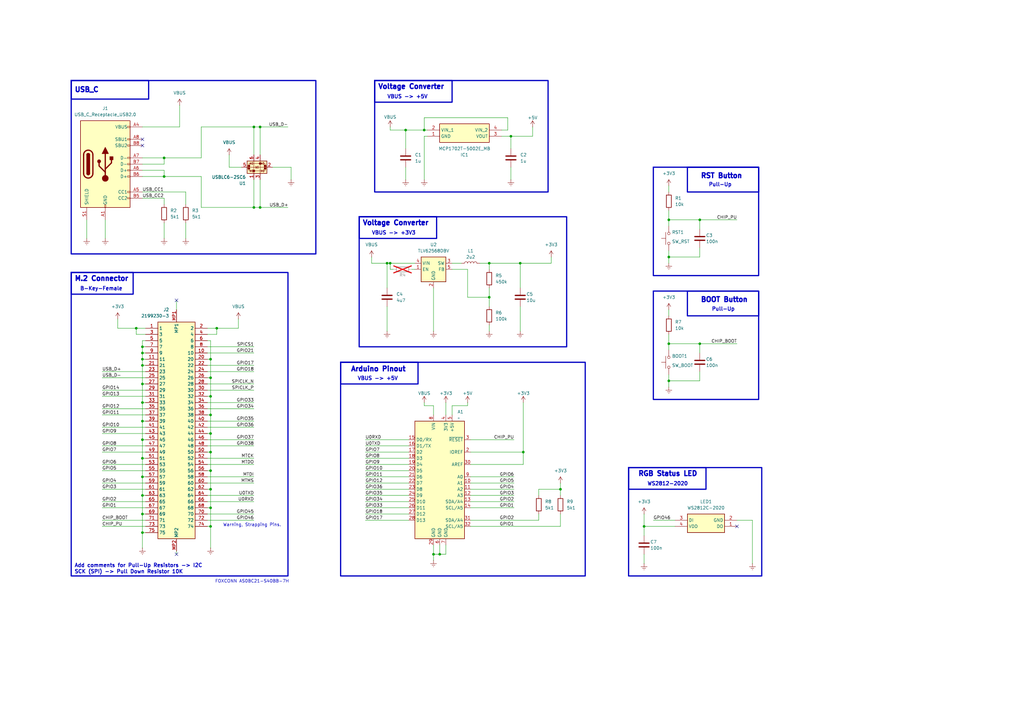
<source format=kicad_sch>
(kicad_sch (version 20231120) (generator "eeschema") (generator_version "8.0")
  (paper "A3")
  (title_block (title "LiBo ArduinoBoard") (date "2024-05-08") (rev "v0.1") (company "LiberBoard"))
  (lib_symbols
    (symbol "Device:C" (pin_numbers hide) (pin_names (offset 0.254))
      (property "Reference" "C" (at 0.635 2.54 0))
      (property "Value" "C" (at 0.635 -2.54 0))
      (symbol "C_1_1"
        (pin passive line (at 0 3.81 270) (length 2.794) (name "~") (number "1"))
        (pin passive line (at 0 -3.81 90) (length 2.794) (name "~") (number "2"))
      )
    )
    (symbol "Device:L" (pin_numbers hide) (pin_names (offset 1.016) hide)
      (property "Reference" "L" (at -1.27 0 90))
      (property "Value" "L" (at 1.905 0 90))
      (symbol "L_1_1"
        (pin passive line (at 0 3.81 270) (length 1.27) (name "1") (number "1"))
        (pin passive line (at 0 -3.81 90) (length 1.27) (name "2") (number "2"))
      )
    )
    (symbol "Device:R" (pin_numbers hide) (pin_names (offset 0))
      (property "Reference" "R" (at 2.032 0 90))
      (property "Value" "R" (at 0 0 90))
      (symbol "R_1_1"
        (pin passive line (at 0 3.81 270) (length 1.27) (name "~") (number "1"))
        (pin passive line (at 0 -3.81 90) (length 1.27) (name "~") (number "2"))
      )
    )
    (symbol "GitHub_Library:Arduino_Uno_Footprint"
      (property "Reference" "A" (at 0 0 0))
      (symbol "Arduino_Uno_Footprint_1_1"
        (pin no_connect line (at 0 -44.45 0) (length 2.54) hide (name "NC") (number "1"))
        (pin bidirectional line (at 22.86 -26.67 180) (length 2.54) (name "A1") (number "10"))
        (pin bidirectional line (at 22.86 -29.21 180) (length 2.54) (name "A2") (number "11"))
        (pin bidirectional line (at 22.86 -31.75 180) (length 2.54) (name "A3") (number "12"))
        (pin bidirectional line (at 22.86 -34.29 180) (length 2.54) (name "SDA/A4") (number "13"))
        (pin bidirectional line (at 22.86 -36.83 180) (length 2.54) (name "SCL/A5") (number "14"))
        (pin bidirectional line (at -2.54 -8.89 0) (length 2.54) (name "D0/RX") (number "15"))
        (pin bidirectional line (at -2.54 -11.43 0) (length 2.54) (name "D1/TX") (number "16"))
        (pin bidirectional line (at -2.54 -13.97 0) (length 2.54) (name "D2") (number "17"))
        (pin bidirectional line (at -2.54 -16.51 0) (length 2.54) (name "D3") (number "18"))
        (pin bidirectional line (at -2.54 -19.05 0) (length 2.54) (name "D4") (number "19"))
        (pin output line (at 22.86 -13.97 180) (length 2.54) (name "IOREF") (number "2"))
        (pin bidirectional line (at -2.54 -21.59 0) (length 2.54) (name "D5") (number "20"))
        (pin bidirectional line (at -2.54 -24.13 0) (length 2.54) (name "D6") (number "21"))
        (pin bidirectional line (at -2.54 -26.67 0) (length 2.54) (name "D7") (number "22"))
        (pin bidirectional line (at -2.54 -29.21 0) (length 2.54) (name "D8") (number "23"))
        (pin bidirectional line (at -2.54 -31.75 0) (length 2.54) (name "D9") (number "24"))
        (pin bidirectional line (at -2.54 -34.29 0) (length 2.54) (name "D10") (number "25"))
        (pin bidirectional line (at -2.54 -36.83 0) (length 2.54) (name "D11") (number "26"))
        (pin bidirectional line (at -2.54 -39.37 0) (length 2.54) (name "D12") (number "27"))
        (pin bidirectional line (at -2.54 -41.91 0) (length 2.54) (name "D13") (number "28"))
        (pin power_in line (at 7.62 -52.07 90) (length 2.54) (name "GND") (number "29"))
        (pin input line (at 22.86 -8.89 180) (length 2.54) (name "~{RESET}") (number "3"))
        (pin input line (at 22.86 -19.05 180) (length 2.54) (name "AREF") (number "30"))
        (pin bidirectional line (at 22.86 -41.91 180) (length 2.54) (name "SDA/A4") (number "31"))
        (pin bidirectional line (at 22.86 -44.45 180) (length 2.54) (name "SCL/A5") (number "32"))
        (pin power_out line (at 12.7 1.27 270) (length 2.54) (name "3V3") (number "4"))
        (pin power_out line (at 15.24 1.27 270) (length 2.54) (name "+5V") (number "5"))
        (pin power_in line (at 10.16 -52.07 90) (length 2.54) (name "GND") (number "6"))
        (pin power_in line (at 12.7 -52.07 90) (length 2.54) (name "GND") (number "7"))
        (pin power_in line (at 7.62 1.27 270) (length 2.54) (name "VIN") (number "8"))
        (pin bidirectional line (at 22.86 -24.13 180) (length 2.54) (name "A0") (number "9"))
      )
    )
    (symbol "GitHub_Library:M.2_67Con_Fem_2199230-3"
      (property "Reference" "J" (at 95.25 12.7 0))
      (property "Value" "M.2_67Con_Fem_2199230-3" (at 95.25 10.16 0))
      (symbol "M.2_67Con_Fem_2199230-3_1_1"
        (pin passive line (at 7.62 12.7 270) (length 5.08) (name "1") (number "1"))
        (pin passive line (at 17.78 -12.7 90) (length 5.08) (name "10") (number "10"))
        (pin passive line (at 20.32 12.7 270) (length 5.08) (name "11") (number "11"))
        (pin passive line (at 7.62 -12.7 90) (length 5.08) (name "2") (number "2"))
        (pin passive line (at 20.32 -12.7 90) (length 5.08) (name "20") (number "20"))
        (pin passive line (at 22.86 12.7 270) (length 5.08) (name "21") (number "21"))
        (pin passive line (at 22.86 -12.7 90) (length 5.08) (name "22") (number "22"))
        (pin passive line (at 25.4 12.7 270) (length 5.08) (name "23") (number "23"))
        (pin passive line (at 25.4 -12.7 90) (length 5.08) (name "24") (number "24"))
        (pin passive line (at 27.94 12.7 270) (length 5.08) (name "25") (number "25"))
        (pin passive line (at 27.94 -12.7 90) (length 5.08) (name "26") (number "26"))
        (pin passive line (at 30.48 12.7 270) (length 5.08) (name "27") (number "27"))
        (pin passive line (at 30.48 -12.7 90) (length 5.08) (name "28") (number "28"))
        (pin passive line (at 33.02 12.7 270) (length 5.08) (name "29") (number "29"))
        (pin passive line (at 10.16 12.7 270) (length 5.08) (name "3") (number "3"))
        (pin passive line (at 33.02 -12.7 90) (length 5.08) (name "30") (number "30"))
        (pin passive line (at 35.56 12.7 270) (length 5.08) (name "31") (number "31"))
        (pin passive line (at 35.56 -12.7 90) (length 5.08) (name "32") (number "32"))
        (pin passive line (at 38.1 12.7 270) (length 5.08) (name "33") (number "33"))
        (pin passive line (at 38.1 -12.7 90) (length 5.08) (name "34") (number "34"))
        (pin passive line (at 40.64 12.7 270) (length 5.08) (name "35") (number "35"))
        (pin passive line (at 40.64 -12.7 90) (length 5.08) (name "36") (number "36"))
        (pin passive line (at 43.18 12.7 270) (length 5.08) (name "37") (number "37"))
        (pin passive line (at 43.18 -12.7 90) (length 5.08) (name "38") (number "38"))
        (pin passive line (at 45.72 12.7 270) (length 5.08) (name "39") (number "39"))
        (pin passive line (at 10.16 -12.7 90) (length 5.08) (name "4") (number "4"))
        (pin passive line (at 45.72 -12.7 90) (length 5.08) (name "40") (number "40"))
        (pin passive line (at 48.26 12.7 270) (length 5.08) (name "41") (number "41"))
        (pin passive line (at 48.26 -12.7 90) (length 5.08) (name "42") (number "42"))
        (pin passive line (at 50.8 12.7 270) (length 5.08) (name "43") (number "43"))
        (pin passive line (at 50.8 -12.7 90) (length 5.08) (name "44") (number "44"))
        (pin passive line (at 53.34 12.7 270) (length 5.08) (name "45") (number "45"))
        (pin passive line (at 53.34 -12.7 90) (length 5.08) (name "46") (number "46"))
        (pin passive line (at 55.88 12.7 270) (length 5.08) (name "47") (number "47"))
        (pin passive line (at 55.88 -12.7 90) (length 5.08) (name "48") (number "48"))
        (pin passive line (at 58.42 12.7 270) (length 5.08) (name "49") (number "49"))
        (pin passive line (at 12.7 12.7 270) (length 5.08) (name "5") (number "5"))
        (pin passive line (at 58.42 -12.7 90) (length 5.08) (name "50") (number "50"))
        (pin passive line (at 60.96 12.7 270) (length 5.08) (name "51") (number "51"))
        (pin passive line (at 60.96 -12.7 90) (length 5.08) (name "52") (number "52"))
        (pin passive line (at 63.5 12.7 270) (length 5.08) (name "53") (number "53"))
        (pin passive line (at 63.5 -12.7 90) (length 5.08) (name "54") (number "54"))
        (pin passive line (at 66.04 12.7 270) (length 5.08) (name "55") (number "55"))
        (pin passive line (at 66.04 -12.7 90) (length 5.08) (name "56") (number "56"))
        (pin passive line (at 68.58 12.7 270) (length 5.08) (name "57") (number "57"))
        (pin passive line (at 68.58 -12.7 90) (length 5.08) (name "58") (number "58"))
        (pin passive line (at 71.12 12.7 270) (length 5.08) (name "59") (number "59"))
        (pin passive line (at 12.7 -12.7 90) (length 5.08) (name "6") (number "6"))
        (pin passive line (at 71.12 -12.7 90) (length 5.08) (name "60") (number "60"))
        (pin passive line (at 73.66 12.7 270) (length 5.08) (name "61") (number "61"))
        (pin passive line (at 73.66 -12.7 90) (length 5.08) (name "62") (number "62"))
        (pin passive line (at 76.2 12.7 270) (length 5.08) (name "63") (number "63"))
        (pin passive line (at 76.2 -12.7 90) (length 5.08) (name "64") (number "64"))
        (pin passive line (at 78.74 12.7 270) (length 5.08) (name "65") (number "65"))
        (pin passive line (at 78.74 -12.7 90) (length 5.08) (name "66") (number "66"))
        (pin passive line (at 81.28 12.7 270) (length 5.08) (name "67") (number "67"))
        (pin passive line (at 81.28 -12.7 90) (length 5.08) (name "68") (number "68"))
        (pin passive line (at 83.82 12.7 270) (length 5.08) (name "69") (number "69"))
        (pin passive line (at 15.24 12.7 270) (length 5.08) (name "7") (number "7"))
        (pin passive line (at 83.82 -12.7 90) (length 5.08) (name "70") (number "70"))
        (pin passive line (at 86.36 12.7 270) (length 5.08) (name "71") (number "71"))
        (pin passive line (at 86.36 -12.7 90) (length 5.08) (name "72") (number "72"))
        (pin passive line (at 88.9 12.7 270) (length 5.08) (name "73") (number "73"))
        (pin passive line (at 88.9 -12.7 90) (length 5.08) (name "74") (number "74"))
        (pin passive line (at 91.44 12.7 270) (length 5.08) (name "75") (number "75"))
        (pin passive line (at 15.24 -12.7 90) (length 5.08) (name "8") (number "8"))
        (pin passive line (at 17.78 12.7 270) (length 5.08) (name "9") (number "9"))
        (pin passive line (at 0 0 0) (length 5.08) (name "MP1") (number "MP1"))
        (pin passive line (at 99.06 0 180) (length 5.08) (name "MP2") (number "MP2"))
      )
    )
    (symbol "GitHub_Library:MCP1702T-5002E_MB"
      (property "Reference" "IC" (at 26.67 7.62 0))
      (property "Value" "MCP1702T-5002E_MB" (at 26.67 5.08 0))
      (symbol "MCP1702T-5002E_MB_1_1"
        (pin passive line (at 0 0 0) (length 5.08) (name "GND") (number "1"))
        (pin passive line (at 0 -2.54 0) (length 5.08) (name "VIN_1") (number "2"))
        (pin passive line (at 30.48 0 180) (length 5.08) (name "VOUT") (number "3"))
        (pin passive line (at 30.48 -2.54 180) (length 5.08) (name "VIN_2") (number "4"))
      )
    )
    (symbol "GitHub_Library:WS2812C-2020"
      (property "Reference" "LED" (at 21.59 7.62 0))
      (property "Value" "WS2812C-2020" (at 21.59 5.08 0))
      (symbol "WS2812C-2020_1_1"
        (pin passive line (at 25.4 -2.54 180) (length 5.08) (name "DO") (number "1"))
        (pin passive line (at 25.4 0 180) (length 5.08) (name "GND") (number "2"))
        (pin passive line (at 0 0 0) (length 5.08) (name "DI") (number "3"))
        (pin passive line (at 0 -2.54 0) (length 5.08) (name "VDD") (number "4"))
      )
    )
    (symbol "KiCad_Library:USB_C_Receptacle_USB2.0" (pin_names (offset 1.016))
      (property "Reference" "J" (at -10.16 19.05 0))
      (property "Value" "USB_C_Receptacle_USB2.0" (at 19.05 19.05 0))
      (symbol "USB_C_Receptacle_USB2.0_1_1"
        (pin passive line (at 0 -22.86 90) (length 5.08) (name "GND") (number "A1"))
        (pin passive line (at 0 -22.86 90) (length 5.08) hide (name "GND") (number "A12"))
        (pin passive line (at 15.24 15.24 180) (length 5.08) (name "VBUS") (number "A4"))
        (pin bidirectional line (at 15.24 -11.43 180) (length 5.08) (name "CC1") (number "A5"))
        (pin bidirectional line (at 15.24 -2.54 180) (length 5.08) (name "D+") (number "A6"))
        (pin bidirectional line (at 15.24 2.54 180) (length 5.08) (name "D-") (number "A7"))
        (pin bidirectional line (at 15.24 10.16 180) (length 5.08) (name "SBU1") (number "A8"))
        (pin passive line (at 15.24 15.24 180) (length 5.08) hide (name "VBUS") (number "A9"))
        (pin passive line (at 0 -22.86 90) (length 5.08) hide (name "GND") (number "B1"))
        (pin passive line (at 0 -22.86 90) (length 5.08) hide (name "GND") (number "B12"))
        (pin passive line (at 15.24 15.24 180) (length 5.08) hide (name "VBUS") (number "B4"))
        (pin bidirectional line (at 15.24 -13.97 180) (length 5.08) (name "CC2") (number "B5"))
        (pin bidirectional line (at 15.24 -5.08 180) (length 5.08) (name "D+") (number "B6"))
        (pin bidirectional line (at 15.24 0 180) (length 5.08) (name "D-") (number "B7"))
        (pin bidirectional line (at 15.24 7.62 180) (length 5.08) (name "SBU2") (number "B8"))
        (pin passive line (at 15.24 15.24 180) (length 5.08) hide (name "VBUS") (number "B9"))
        (pin passive line (at -7.62 -22.86 90) (length 5.08) (name "SHIELD") (number "S1"))
      )
    )
    (symbol "Power_Protection:USBLC6-2SC6" (pin_names hide)
      (property "Reference" "U" (at 0.635 5.715 0))
      (property "Value" "USBLC6-2SC6" (at 0.635 3.81 0))
      (symbol "USBLC6-2SC6_1_1"
        (pin passive line (at -5.08 0 0) (length 2.54) (name "I/O1") (number "1"))
        (pin passive line (at 0 -7.62 90) (length 2.54) (name "GND") (number "2"))
        (pin passive line (at -5.08 -2.54 0) (length 2.54) (name "I/O2") (number "3"))
        (pin passive line (at 5.08 -2.54 180) (length 2.54) (name "I/O2") (number "4"))
        (pin passive line (at 0 5.08 270) (length 2.54) (name "VBUS") (number "5"))
        (pin passive line (at 5.08 0 180) (length 2.54) (name "I/O1") (number "6"))
      )
    )
    (symbol "Regulator_Switching:TLV62568DBV"
      (property "Reference" "U" (at -5.08 6.35 0))
      (property "Value" "TLV62568DBV" (at 0 6.35 0))
      (symbol "TLV62568DBV_1_1"
        (pin input line (at -7.62 0 0) (length 2.54) (name "EN") (number "1"))
        (pin power_in line (at 0 -7.62 90) (length 2.54) (name "GND") (number "2"))
        (pin power_out line (at 7.62 2.54 180) (length 2.54) (name "SW") (number "3"))
        (pin power_in line (at -7.62 2.54 0) (length 2.54) (name "VIN") (number "4"))
        (pin input line (at 7.62 0 180) (length 2.54) (name "FB") (number "5"))
      )
    )
    (symbol "Switch:SW_Push" (pin_numbers hide) (pin_names (offset 1.016) hide)
      (property "Reference" "SW" (at 1.27 2.54 0))
      (property "Value" "SW_Push" (at 0 -1.524 0))
      (symbol "SW_Push_0_1"
        (pin passive line (at -5.08 0 0) (length 2.54) (name "1") (number "1"))
        (pin passive line (at 5.08 0 180) (length 2.54) (name "2") (number "2"))
      )
    )
    (symbol "power:+3V3" (power) (pin_numbers hide) (pin_names (offset 0) hide)
      (property "Value" "+3V3" (at 0 3.556 0))
      (symbol "+3V3_1_1"
        (pin power_in line (at 0 0 90) (length 0) (name "~") (number "1"))
      )
    )
    (symbol "power:Earth" (power) (pin_numbers hide) (pin_names (offset 0) hide)
      (property "Value" "Earth" (at 0 -3.81 0))
      (symbol "Earth_1_1"
        (pin power_in line (at 0 0 270) (length 0) (name "~") (number "1"))
      )
    )
    (symbol "power:VBUS" (power) (pin_numbers hide) (pin_names (offset 0) hide)
      (property "Value" "VBUS" (at 0 3.556 0))
      (symbol "VBUS_1_1"
        (pin power_in line (at 0 0 90) (length 0) (name "~") (number "1"))
      )
    )
  )
  (junction (at 158.75 107.95))
  (junction (at 209.55 55.88))
  (junction (at 86.36 193.04))
  (junction (at 180.34 227.33))
  (junction (at 106.68 52.07))
  (junction (at 86.36 200.66))
  (junction (at 274.32 105.41))
  (junction (at 58.42 149.86))
  (junction (at 86.36 208.28))
  (junction (at 58.42 144.78))
  (junction (at 86.36 215.9))
  (junction (at 58.42 142.24))
  (junction (at 274.32 90.17))
  (junction (at 287.02 140.97))
  (junction (at 213.36 107.95))
  (junction (at 274.32 140.97))
  (junction (at 200.66 107.95))
  (junction (at 104.14 52.07))
  (junction (at 58.42 180.34))
  (junction (at 88.9 134.62))
  (junction (at 86.36 154.94))
  (junction (at 106.68 85.09))
  (junction (at 58.42 165.1))
  (junction (at 58.42 210.82))
  (junction (at 166.37 53.34))
  (junction (at 214.63 185.42))
  (junction (at 58.42 147.32))
  (junction (at 58.42 187.96))
  (junction (at 177.8 227.33))
  (junction (at 173.99 53.34))
  (junction (at 58.42 195.58))
  (junction (at 200.66 121.92))
  (junction (at 86.36 185.42))
  (junction (at 86.36 177.8))
  (junction (at 287.02 90.17))
  (junction (at 274.32 156.21))
  (junction (at 160.02 107.95))
  (junction (at 86.36 170.18))
  (junction (at 86.36 147.32))
  (junction (at 58.42 157.48))
  (junction (at 55.88 134.62))
  (junction (at 104.14 85.09))
  (junction (at 67.31 64.77))
  (junction (at 86.36 162.56))
  (junction (at 229.87 200.66))
  (junction (at 67.31 72.39))
  (junction (at 58.42 172.72))
  (junction (at 58.42 218.44))
  (junction (at 58.42 203.2))
  (junction (at 264.16 215.9))
  (no_connect (at 302.26 215.9))
  (no_connect (at 72.39 227.33))
  (no_connect (at 58.42 59.69))
  (no_connect (at 58.42 57.15))
  (no_connect (at 72.39 123.19))
  (wire (pts (xy 111.76 68.58) (xy 119.38 68.58)))
  (wire (pts (xy 213.36 135.89) (xy 213.36 125.73)))
  (wire (pts (xy 209.55 55.88) (xy 218.44 55.88)))
  (wire (pts (xy 85.09 175.26) (xy 104.14 175.26)))
  (wire (pts (xy 229.87 200.66) (xy 229.87 203.2)))
  (wire (pts (xy 167.64 208.28) (xy 149.86 208.28)))
  (wire (pts (xy 58.42 64.77) (xy 67.31 64.77)))
  (wire (pts (xy 85.09 185.42) (xy 86.36 185.42)))
  (wire (pts (xy 274.32 105.41) (xy 274.32 107.95)))
  (wire (pts (xy 85.09 180.34) (xy 104.14 180.34)))
  (wire (pts (xy 267.97 213.36) (xy 276.86 213.36)))
  (wire (pts (xy 48.26 134.62) (xy 55.88 134.62)))
  (wire (pts (xy 160.02 110.49) (xy 160.02 107.95)))
  (wire (pts (xy 167.64 210.82) (xy 149.86 210.82)))
  (wire (pts (xy 287.02 140.97) (xy 302.26 140.97)))
  (wire (pts (xy 229.87 210.82) (xy 229.87 215.9)))
  (wire (pts (xy 48.26 130.81) (xy 48.26 134.62)))
  (wire (pts (xy 58.42 172.72) (xy 58.42 180.34)))
  (wire (pts (xy 67.31 67.31) (xy 58.42 67.31)))
  (wire (pts (xy 85.09 182.88) (xy 104.14 182.88)))
  (wire (pts (xy 67.31 64.77) (xy 67.31 67.31)))
  (wire (pts (xy 106.68 85.09) (xy 118.11 85.09)))
  (wire (pts (xy 58.42 218.44) (xy 59.69 218.44)))
  (wire (pts (xy 214.63 190.5) (xy 214.63 185.42)))
  (wire (pts (xy 55.88 134.62) (xy 59.69 134.62)))
  (wire (pts (xy 86.36 208.28) (xy 86.36 200.66)))
  (wire (pts (xy 72.39 123.19) (xy 72.39 127)))
  (wire (pts (xy 182.88 223.52) (xy 182.88 227.33)))
  (wire (pts (xy 58.42 149.86) (xy 59.69 149.86)))
  (wire (pts (xy 160.02 52.07) (xy 160.02 53.34)))
  (wire (pts (xy 208.28 48.26) (xy 173.99 48.26)))
  (wire (pts (xy 210.82 208.28) (xy 193.04 208.28)))
  (wire (pts (xy 229.87 198.12) (xy 229.87 200.66)))
  (wire (pts (xy 106.68 52.07) (xy 118.11 52.07)))
  (wire (pts (xy 191.77 121.92) (xy 200.66 121.92)))
  (wire (pts (xy 149.86 185.42) (xy 167.64 185.42)))
  (wire (pts (xy 86.36 200.66) (xy 86.36 193.04)))
  (wire (pts (xy 196.85 107.95) (xy 200.66 107.95)))
  (wire (pts (xy 85.09 205.74) (xy 104.14 205.74)))
  (wire (pts (xy 88.9 134.62) (xy 85.09 134.62)))
  (wire (pts (xy 58.42 78.74) (xy 76.2 78.74)))
  (wire (pts (xy 104.14 73.66) (xy 104.14 85.09)))
  (wire (pts (xy 160.02 53.34) (xy 166.37 53.34)))
  (wire (pts (xy 264.16 215.9) (xy 276.86 215.9)))
  (wire (pts (xy 41.91 182.88) (xy 59.69 182.88)))
  (wire (pts (xy 149.86 180.34) (xy 167.64 180.34)))
  (wire (pts (xy 85.09 152.4) (xy 104.14 152.4)))
  (wire (pts (xy 58.42 187.96) (xy 58.42 195.58)))
  (wire (pts (xy 274.32 127) (xy 274.32 129.54)))
  (wire (pts (xy 208.28 53.34) (xy 208.28 48.26)))
  (wire (pts (xy 158.75 107.95) (xy 158.75 118.11)))
  (wire (pts (xy 58.42 147.32) (xy 58.42 149.86)))
  (wire (pts (xy 210.82 180.34) (xy 193.04 180.34)))
  (wire (pts (xy 41.91 185.42) (xy 59.69 185.42)))
  (wire (pts (xy 287.02 140.97) (xy 287.02 144.78)))
  (wire (pts (xy 58.42 172.72) (xy 59.69 172.72)))
  (wire (pts (xy 200.66 133.35) (xy 200.66 135.89)))
  (wire (pts (xy 264.16 227.33) (xy 264.16 231.14)))
  (wire (pts (xy 67.31 64.77) (xy 82.55 64.77)))
  (wire (pts (xy 85.09 200.66) (xy 86.36 200.66)))
  (wire (pts (xy 41.91 152.4) (xy 59.69 152.4)))
  (wire (pts (xy 58.42 195.58) (xy 58.42 203.2)))
  (wire (pts (xy 58.42 144.78) (xy 58.42 147.32)))
  (wire (pts (xy 149.86 190.5) (xy 167.64 190.5)))
  (wire (pts (xy 85.09 162.56) (xy 86.36 162.56)))
  (wire (pts (xy 41.91 190.5) (xy 59.69 190.5)))
  (wire (pts (xy 106.68 73.66) (xy 106.68 85.09)))
  (wire (pts (xy 88.9 137.16) (xy 85.09 137.16)))
  (wire (pts (xy 167.64 213.36) (xy 149.86 213.36)))
  (wire (pts (xy 41.91 167.64) (xy 59.69 167.64)))
  (wire (pts (xy 58.42 142.24) (xy 59.69 142.24)))
  (wire (pts (xy 167.64 200.66) (xy 149.86 200.66)))
  (wire (pts (xy 41.91 162.56) (xy 59.69 162.56)))
  (wire (pts (xy 209.55 55.88) (xy 209.55 60.96)))
  (wire (pts (xy 193.04 213.36) (xy 220.98 213.36)))
  (wire (pts (xy 287.02 90.17) (xy 287.02 93.98)))
  (wire (pts (xy 41.91 213.36) (xy 59.69 213.36)))
  (wire (pts (xy 41.91 154.94) (xy 59.69 154.94)))
  (wire (pts (xy 67.31 91.44) (xy 67.31 97.79)))
  (wire (pts (xy 161.29 110.49) (xy 160.02 110.49)))
  (wire (pts (xy 41.91 175.26) (xy 59.69 175.26)))
  (wire (pts (xy 177.8 223.52) (xy 177.8 227.33)))
  (wire (pts (xy 200.66 118.11) (xy 200.66 121.92)))
  (wire (pts (xy 85.09 198.12) (xy 104.14 198.12)))
  (wire (pts (xy 41.91 170.18) (xy 59.69 170.18)))
  (wire (pts (xy 191.77 110.49) (xy 191.77 121.92)))
  (wire (pts (xy 58.42 218.44) (xy 58.42 224.79)))
  (wire (pts (xy 58.42 52.07) (xy 73.66 52.07)))
  (wire (pts (xy 226.06 105.41) (xy 226.06 107.95)))
  (wire (pts (xy 97.79 130.81) (xy 97.79 134.62)))
  (wire (pts (xy 149.86 195.58) (xy 167.64 195.58)))
  (wire (pts (xy 220.98 200.66) (xy 220.98 203.2)))
  (wire (pts (xy 274.32 140.97) (xy 274.32 143.51)))
  (wire (pts (xy 149.86 187.96) (xy 167.64 187.96)))
  (wire (pts (xy 85.09 208.28) (xy 86.36 208.28)))
  (wire (pts (xy 58.42 180.34) (xy 58.42 187.96)))
  (wire (pts (xy 173.99 55.88) (xy 175.26 55.88)))
  (wire (pts (xy 193.04 215.9) (xy 229.87 215.9)))
  (wire (pts (xy 85.09 213.36) (xy 104.14 213.36)))
  (wire (pts (xy 86.36 215.9) (xy 86.36 224.79)))
  (wire (pts (xy 86.36 170.18) (xy 86.36 162.56)))
  (wire (pts (xy 210.82 198.12) (xy 193.04 198.12)))
  (wire (pts (xy 88.9 137.16) (xy 88.9 134.62)))
  (wire (pts (xy 85.09 187.96) (xy 104.14 187.96)))
  (wire (pts (xy 85.09 177.8) (xy 86.36 177.8)))
  (wire (pts (xy 67.31 81.28) (xy 67.31 83.82)))
  (wire (pts (xy 55.88 137.16) (xy 55.88 134.62)))
  (wire (pts (xy 287.02 101.6) (xy 287.02 105.41)))
  (wire (pts (xy 152.4 105.41) (xy 152.4 107.95)))
  (wire (pts (xy 205.74 55.88) (xy 209.55 55.88)))
  (wire (pts (xy 85.09 157.48) (xy 104.14 157.48)))
  (wire (pts (xy 274.32 76.2) (xy 274.32 78.74)))
  (wire (pts (xy 55.88 137.16) (xy 59.69 137.16)))
  (wire (pts (xy 85.09 190.5) (xy 104.14 190.5)))
  (wire (pts (xy 218.44 52.07) (xy 218.44 55.88)))
  (wire (pts (xy 287.02 152.4) (xy 287.02 156.21)))
  (wire (pts (xy 287.02 156.21) (xy 274.32 156.21)))
  (wire (pts (xy 86.36 193.04) (xy 86.36 185.42)))
  (wire (pts (xy 58.42 165.1) (xy 59.69 165.1)))
  (wire (pts (xy 182.88 227.33) (xy 180.34 227.33)))
  (wire (pts (xy 85.09 165.1) (xy 104.14 165.1)))
  (wire (pts (xy 274.32 102.87) (xy 274.32 105.41)))
  (wire (pts (xy 67.31 72.39) (xy 82.55 72.39)))
  (wire (pts (xy 85.09 215.9) (xy 86.36 215.9)))
  (wire (pts (xy 41.91 200.66) (xy 59.69 200.66)))
  (wire (pts (xy 104.14 85.09) (xy 106.68 85.09)))
  (wire (pts (xy 173.99 53.34) (xy 166.37 53.34)))
  (wire (pts (xy 160.02 107.95) (xy 158.75 107.95)))
  (wire (pts (xy 86.36 139.7) (xy 86.36 147.32)))
  (wire (pts (xy 86.36 162.56) (xy 86.36 154.94)))
  (wire (pts (xy 58.42 157.48) (xy 58.42 165.1)))
  (wire (pts (xy 85.09 172.72) (xy 104.14 172.72)))
  (wire (pts (xy 85.09 154.94) (xy 86.36 154.94)))
  (wire (pts (xy 86.36 154.94) (xy 86.36 147.32)))
  (wire (pts (xy 58.42 139.7) (xy 58.42 142.24)))
  (wire (pts (xy 85.09 142.24) (xy 104.14 142.24)))
  (wire (pts (xy 82.55 72.39) (xy 82.55 85.09)))
  (wire (pts (xy 185.42 166.37) (xy 185.42 170.18)))
  (wire (pts (xy 173.99 73.66) (xy 173.99 55.88)))
  (wire (pts (xy 58.42 149.86) (xy 58.42 157.48)))
  (wire (pts (xy 166.37 68.58) (xy 166.37 73.66)))
  (wire (pts (xy 67.31 69.85) (xy 58.42 69.85)))
  (wire (pts (xy 185.42 107.95) (xy 189.23 107.95)))
  (wire (pts (xy 149.86 182.88) (xy 167.64 182.88)))
  (wire (pts (xy 85.09 195.58) (xy 104.14 195.58)))
  (wire (pts (xy 85.09 144.78) (xy 104.14 144.78)))
  (wire (pts (xy 175.26 53.34) (xy 173.99 53.34)))
  (wire (pts (xy 308.61 213.36) (xy 308.61 231.14)))
  (wire (pts (xy 287.02 90.17) (xy 274.32 90.17)))
  (wire (pts (xy 58.42 142.24) (xy 58.42 144.78)))
  (wire (pts (xy 58.42 165.1) (xy 58.42 172.72)))
  (wire (pts (xy 58.42 157.48) (xy 59.69 157.48)))
  (wire (pts (xy 287.02 140.97) (xy 274.32 140.97)))
  (wire (pts (xy 76.2 91.44) (xy 76.2 97.79)))
  (wire (pts (xy 58.42 203.2) (xy 59.69 203.2)))
  (wire (pts (xy 210.82 203.2) (xy 193.04 203.2)))
  (wire (pts (xy 119.38 68.58) (xy 119.38 73.66)))
  (wire (pts (xy 85.09 167.64) (xy 104.14 167.64)))
  (wire (pts (xy 274.32 156.21) (xy 274.32 158.75)))
  (wire (pts (xy 88.9 134.62) (xy 97.79 134.62)))
  (wire (pts (xy 85.09 147.32) (xy 86.36 147.32)))
  (wire (pts (xy 200.66 107.95) (xy 213.36 107.95)))
  (wire (pts (xy 210.82 195.58) (xy 193.04 195.58)))
  (wire (pts (xy 302.26 213.36) (xy 308.61 213.36)))
  (wire (pts (xy 82.55 85.09) (xy 104.14 85.09)))
  (wire (pts (xy 106.68 52.07) (xy 106.68 63.5)))
  (wire (pts (xy 220.98 210.82) (xy 220.98 213.36)))
  (wire (pts (xy 152.4 107.95) (xy 158.75 107.95)))
  (wire (pts (xy 173.99 166.37) (xy 173.99 165.1)))
  (wire (pts (xy 58.42 81.28) (xy 67.31 81.28)))
  (wire (pts (xy 41.91 160.02) (xy 59.69 160.02)))
  (wire (pts (xy 193.04 190.5) (xy 214.63 190.5)))
  (wire (pts (xy 185.42 110.49) (xy 191.77 110.49)))
  (wire (pts (xy 168.91 110.49) (xy 170.18 110.49)))
  (wire (pts (xy 149.86 193.04) (xy 167.64 193.04)))
  (wire (pts (xy 158.75 125.73) (xy 158.75 135.89)))
  (wire (pts (xy 76.2 78.74) (xy 76.2 83.82)))
  (wire (pts (xy 85.09 203.2) (xy 104.14 203.2)))
  (wire (pts (xy 274.32 137.16) (xy 274.32 140.97)))
  (wire (pts (xy 177.8 166.37) (xy 173.99 166.37)))
  (wire (pts (xy 160.02 107.95) (xy 170.18 107.95)))
  (wire (pts (xy 85.09 149.86) (xy 104.14 149.86)))
  (wire (pts (xy 58.42 210.82) (xy 58.42 218.44)))
  (wire (pts (xy 209.55 73.66) (xy 209.55 68.58)))
  (wire (pts (xy 58.42 203.2) (xy 58.42 210.82)))
  (wire (pts (xy 41.91 205.74) (xy 59.69 205.74)))
  (wire (pts (xy 58.42 180.34) (xy 59.69 180.34)))
  (wire (pts (xy 59.69 139.7) (xy 58.42 139.7)))
  (wire (pts (xy 166.37 53.34) (xy 166.37 60.96)))
  (wire (pts (xy 85.09 160.02) (xy 104.14 160.02)))
  (wire (pts (xy 177.8 170.18) (xy 177.8 166.37)))
  (wire (pts (xy 274.32 90.17) (xy 274.32 92.71)))
  (wire (pts (xy 73.66 52.07) (xy 73.66 43.18)))
  (wire (pts (xy 200.66 107.95) (xy 200.66 110.49)))
  (wire (pts (xy 41.91 198.12) (xy 59.69 198.12)))
  (wire (pts (xy 191.77 165.1) (xy 191.77 166.37)))
  (wire (pts (xy 41.91 208.28) (xy 59.69 208.28)))
  (wire (pts (xy 35.56 90.17) (xy 35.56 97.79)))
  (wire (pts (xy 220.98 200.66) (xy 229.87 200.66)))
  (wire (pts (xy 104.14 52.07) (xy 104.14 63.5)))
  (wire (pts (xy 193.04 185.42) (xy 214.63 185.42)))
  (wire (pts (xy 58.42 210.82) (xy 59.69 210.82)))
  (wire (pts (xy 274.32 153.67) (xy 274.32 156.21)))
  (wire (pts (xy 287.02 90.17) (xy 302.26 90.17)))
  (wire (pts (xy 41.91 177.8) (xy 59.69 177.8)))
  (wire (pts (xy 82.55 52.07) (xy 82.55 64.77)))
  (wire (pts (xy 213.36 107.95) (xy 226.06 107.95)))
  (wire (pts (xy 85.09 193.04) (xy 86.36 193.04)))
  (wire (pts (xy 167.64 205.74) (xy 149.86 205.74)))
  (wire (pts (xy 86.36 208.28) (xy 86.36 215.9)))
  (wire (pts (xy 287.02 105.41) (xy 274.32 105.41)))
  (wire (pts (xy 182.88 165.1) (xy 182.88 170.18)))
  (wire (pts (xy 177.8 227.33) (xy 177.8 229.87)))
  (wire (pts (xy 264.16 215.9) (xy 264.16 219.71)))
  (wire (pts (xy 93.98 68.58) (xy 99.06 68.58)))
  (wire (pts (xy 58.42 187.96) (xy 59.69 187.96)))
  (wire (pts (xy 85.09 170.18) (xy 86.36 170.18)))
  (wire (pts (xy 173.99 48.26) (xy 173.99 53.34)))
  (wire (pts (xy 41.91 215.9) (xy 59.69 215.9)))
  (wire (pts (xy 210.82 205.74) (xy 193.04 205.74)))
  (wire (pts (xy 82.55 52.07) (xy 104.14 52.07)))
  (wire (pts (xy 210.82 200.66) (xy 193.04 200.66)))
  (wire (pts (xy 213.36 107.95) (xy 213.36 118.11)))
  (wire (pts (xy 191.77 166.37) (xy 185.42 166.37)))
  (wire (pts (xy 167.64 203.2) (xy 149.86 203.2)))
  (wire (pts (xy 274.32 86.36) (xy 274.32 90.17)))
  (wire (pts (xy 67.31 72.39) (xy 67.31 69.85)))
  (wire (pts (xy 177.8 118.11) (xy 177.8 135.89)))
  (wire (pts (xy 200.66 121.92) (xy 200.66 125.73)))
  (wire (pts (xy 85.09 139.7) (xy 86.36 139.7)))
  (wire (pts (xy 180.34 223.52) (xy 180.34 227.33)))
  (wire (pts (xy 93.98 68.58) (xy 93.98 63.5)))
  (wire (pts (xy 58.42 144.78) (xy 59.69 144.78)))
  (wire (pts (xy 72.39 227.33) (xy 72.39 226.06)))
  (wire (pts (xy 58.42 147.32) (xy 59.69 147.32)))
  (wire (pts (xy 104.14 52.07) (xy 106.68 52.07)))
  (wire (pts (xy 205.74 53.34) (xy 208.28 53.34)))
  (wire (pts (xy 58.42 195.58) (xy 59.69 195.58)))
  (wire (pts (xy 149.86 198.12) (xy 167.64 198.12)))
  (wire (pts (xy 58.42 72.39) (xy 67.31 72.39)))
  (wire (pts (xy 41.91 193.04) (xy 59.69 193.04)))
  (wire (pts (xy 86.36 177.8) (xy 86.36 170.18)))
  (wire (pts (xy 86.36 185.42) (xy 86.36 177.8)))
  (wire (pts (xy 177.8 227.33) (xy 180.34 227.33)))
  (wire (pts (xy 264.16 210.82) (xy 264.16 215.9)))
  (wire (pts (xy 43.18 90.17) (xy 43.18 97.79)))
  (wire (pts (xy 214.63 185.42) (xy 214.63 165.1)))
  (wire (pts (xy 85.09 210.82) (xy 104.14 210.82)))
  (rectangle (start 267.97 68.58) (end 311.15 113.03) (stroke (width 0.5)))
  (rectangle (start 257.81 191.77) (end 312.42 236.22) (stroke (width 0.5)))
  (rectangle (start 139.7 148.59) (end 240.03 236.22) (stroke (width 0.5)))
  (rectangle (start 267.97 119.38) (end 311.15 163.83) (stroke (width 0.5)))
  (rectangle (start 29.21 111.76) (end 54.61 120.65) (stroke (width 0.5)))
  (rectangle (start 153.67 33.02) (end 185.42 41.91) (stroke (width 0.5)))
  (rectangle (start 153.67 33.02) (end 224.79 78.74) (stroke (width 0.5)))
  (rectangle (start 257.81 191.77) (end 289.56 200.66) (stroke (width 0.5)))
  (rectangle (start 29.21 33.02) (end 60.96 40.64) (stroke (width 0.5)))
  (rectangle (start 147.32 88.9) (end 232.41 142.24) (stroke (width 0.5)))
  (rectangle (start 147.32 88.9) (end 179.07 97.79) (stroke (width 0.5)))
  (rectangle (start 281.94 119.38) (end 311.15 129.54) (stroke (width 0.5)))
  (rectangle (start 29.21 33.02) (end 129.54 104.14) (stroke (width 0.5)))
  (rectangle (start 29.21 111.76) (end 118.11 236.22) (stroke (width 0.5)))
  (rectangle (start 281.94 68.58) (end 311.15 78.74) (stroke (width 0.5)))
  (rectangle (start 139.7 148.59) (end 171.45 157.48) (stroke (width 0.5)))
  (text "SCK (SPI) -> Pull Down Resistor 10K" (at 30.48 235.458 0) (effects (font (size 1.5 1.5) (bold yes)) (justify left bottom)))
  (text "VBUS -> +5V\n" (at 158.75 40.64 0) (effects (font (size 1.5 1.5) (bold yes)) (justify left bottom)))
  (text "Add comments for Pull-Up Resistors -> I2C\n" (at 30.48 232.918 0) (effects (font (size 1.5 1.5) (bold yes)) (justify left bottom)))
  (text "VBUS -> +3V3" (at 152.4 96.52 0) (effects (font (size 1.5 1.5) (bold yes)) (justify left bottom)))
  (text "B-Key-Female" (at 32.766 119.38 0) (effects (font (size 1.5 1.5) (bold yes)) (justify left bottom)))
  (text "Voltage Converter\n" (at 148.59 92.71 0) (effects (font (size 2 2) (thickness 1) (bold yes)) (justify left bottom)))
  (text "FOXCONN AS0BC21-S40BB-7H" (at 103.378 238.506 0) (effects (font (size 1.27 1.27))))
  (text "Pull-Up" (at 290.576 76.708 0) (effects (font (size 1.5 1.5) (bold yes)) (justify left bottom)))
  (text "BOOT Button\n" (at 287.274 124.206 0) (effects (font (size 2 2) (thickness 1) (bold yes)) (justify left bottom)))
  (text "RST Button\n" (at 287.274 73.406 0) (effects (font (size 2 2) (thickness 1) (bold yes)) (justify left bottom)))
  (text "M.2 Connector\n" (at 30.48 115.57 0) (effects (font (size 2 2) (thickness 1) (bold yes)) (justify left bottom)))
  (text "WS2812-2020" (at 265.43 199.39 0) (effects (font (size 1.5 1.5) (bold yes)) (justify left bottom)))
  (text "USB_C\n" (at 30.48 38.1 0) (effects (font (size 2 2) (thickness 1) (bold yes)) (justify left bottom)))
  (text "Pull-Up" (at 291.846 127.762 0) (effects (font (size 1.5 1.5) (bold yes)) (justify left bottom)))
  (text "Arduino Pinout" (at 143.764 152.654 0) (effects (font (size 2 2) (thickness 1) (bold yes)) (justify left bottom)))
  (text "Warning, Strapping Pins. " (at 103.886 215.392 0) (effects (font (size 1.27 1.27))))
  (text "RGB Status LED" (at 261.62 195.58 0) (effects (font (size 2 2) (thickness 1) (bold yes)) (justify left bottom)))
  (text "Voltage Converter\n" (at 154.94 36.83 0) (effects (font (size 2 2) (thickness 1) (bold yes)) (justify left bottom)))
  (text "VBUS -> +5V\n" (at 146.558 156.21 0) (effects (font (size 1.5 1.5) (bold yes)) (justify left bottom)))
  (label "GPIO10" (at 41.91 175.26 0))
  (label "USB_D-" (at 41.91 154.94 0))
  (label "GPIO8" (at 41.91 182.88 0))
  (label "GPIO8" (at 149.86 187.96 0))
  (label "GPIO7" (at 41.91 185.42 0))
  (label "U0TXD" (at 149.86 182.88 0))
  (label "MTCK" (at 104.14 187.96 180))
  (label "GPIO17" (at 104.14 149.86 180))
  (label "GPIO34" (at 149.86 205.74 0))
  (label "SPICLK_P" (at 104.14 160.02 180))
  (label "GPIO36" (at 104.14 175.26 180))
  (label "USB_CC1" (at 58.42 78.74 0))
  (label "GPIO33" (at 104.14 165.1 180))
  (label "GPIO5" (at 210.82 198.12 180))
  (label "CHIP_BOOT" (at 302.26 140.97 180))
  (label "GPIO7" (at 149.86 185.42 0))
  (label "U0RXD" (at 104.14 205.74 180))
  (label "GPIO11" (at 149.86 195.58 0))
  (label "GPIO45" (at 104.14 210.82 180))
  (label "GPIO12" (at 149.86 198.12 0))
  (label "MTMS" (at 104.14 198.12 180))
  (label "GPIO3" (at 210.82 203.2 180))
  (label "GPIO38" (at 104.14 182.88 180))
  (label "GPIO36" (at 149.86 200.66 0))
  (label "GPIO2" (at 210.82 205.74 180))
  (label "SPICLK_N" (at 104.14 157.48 180))
  (label "U0RXD" (at 149.86 180.34 0))
  (label "CHIP_PU" (at 302.26 90.17 180))
  (label "GPIO11" (at 41.91 170.18 0))
  (label "GPIO17" (at 149.86 213.36 0))
  (label "GPIO9" (at 41.91 177.8 0))
  (label "GPIO37" (at 104.14 180.34 180))
  (label "USB_CC2" (at 58.42 81.28 0))
  (label "GPIO1" (at 210.82 215.9 180))
  (label "GPIO1" (at 41.91 208.28 0))
  (label "GPIO35" (at 104.14 172.72 180))
  (label "GPIO12" (at 41.91 167.64 0))
  (label "MTDI" (at 104.14 195.58 180))
  (label "GPIO34" (at 104.14 167.64 180))
  (label "GPIO2" (at 210.82 213.36 180))
  (label "GPIO21" (at 104.14 144.78 180))
  (label "USB_D+" (at 110.49 85.09 0))
  (label "GPIO6" (at 41.91 190.5 0))
  (label "GPIO3" (at 41.91 200.66 0))
  (label "GPIO10" (at 149.86 193.04 0))
  (label "CHIP_PU" (at 41.91 215.9 0))
  (label "GPIO4" (at 41.91 198.12 0))
  (label "GPIO18" (at 104.14 152.4 180))
  (label "GPIO46" (at 104.14 213.36 180))
  (label "MTDO" (at 104.14 190.5 180))
  (label "GPIO4" (at 210.82 200.66 180))
  (label "GPIO1" (at 210.82 208.28 180))
  (label "GPIO33" (at 149.86 208.28 0))
  (label "GPIO14" (at 41.91 160.02 0))
  (label "CHIP_PU" (at 210.82 180.34 180))
  (label "SPICS1" (at 104.14 142.24 180))
  (label "GPIO35" (at 149.86 203.2 0))
  (label "GPIO9" (at 149.86 190.5 0))
  (label "GPIO13" (at 41.91 162.56 0))
  (label "GPIO46" (at 267.97 213.36 0))
  (label "U0TXD" (at 104.14 203.2 180))
  (label "CHIP_BOOT" (at 41.91 213.36 0))
  (label "GPIO2" (at 41.91 205.74 0))
  (label "GPIO5" (at 41.91 193.04 0))
  (label "GPIO18" (at 149.86 210.82 0))
  (label "USB_D+" (at 41.91 152.4 0))
  (label "USB_D-" (at 118.11 52.07 180))
  (label "GPIO6" (at 210.82 195.58 180))
  (symbol (lib_id "power:+3V3") (at 264.16 210.82 0) (unit 1)
    (property "Reference" "#PWR030" (effects (hide yes)))
    (property "Value" "+3V3" (at 264.16 205.74 0))
    (property "Description" "Power symbol creates a global label with name \"+3V3\"" (effects (hide yes)))
  )
  (symbol (lib_id "power:VBUS") (at 93.98 63.5 0) (unit 1)
    (property "Reference" "#PWR04" (effects (hide yes)))
    (property "Value" "VBUS" (at 93.98 58.42 0))
    (property "Description" "Power symbol creates a global label with name \"VBUS\"" (effects (hide yes)))
  )
  (symbol (lib_id "KiCad_Library:USB_C_Receptacle_USB2.0") (at 43.18 67.31 0) (unit 1)
    (property "Reference" "J1" (at 43.18 44.45 0))
    (property "Value" "USB_C_Receptacle_USB2.0" (at 43.18 46.99 0))
    (property "Footprint" "Connector_USB:USB_C_Receptacle_GCT_USB4105-xx-A_16P_TopMnt_Horizontal" (effects (hide yes)))
    (property "Datasheet" "https://www.usb.org/sites/default/files/documents/usb_type-c.zip" (effects (hide yes)))
    (property "Description" "USB 2.0-only Type-C Receptacle connector" (effects (hide yes)))
  )
  (symbol (lib_id "power:VBUS") (at 97.79 130.81 0) (unit 1)
    (property "Reference" "#PWR019" (effects (hide yes)))
    (property "Value" "VBUS" (at 97.79 125.73 0))
    (property "Description" "Power symbol creates a global label with name \"VBUS\"" (effects (hide yes)))
  )
  (symbol (lib_id "power:Earth") (at 119.38 73.66 0) (unit 1)
    (property "Reference" "#PWR05" (effects (hide yes)))
    (property "Value" "Earth" (effects (hide yes)))
    (property "Description" "Power symbol creates a global label with name \"Earth\"" (effects (hide yes)))
  )
  (symbol (lib_id "power:+3V3") (at 274.32 76.2 0) (unit 1)
    (property "Reference" "#PWR09" (effects (hide yes)))
    (property "Value" "+3V3" (at 274.32 71.12 0))
    (property "Description" "Power symbol creates a global label with name \"+3V3\"" (effects (hide yes)))
  )
  (symbol (lib_id "Device:R") (at 200.66 129.54 0) (unit 1)
    (property "Reference" "R6" (at 203.2 128.27 0) (effects (justify left)))
    (property "Value" "100k" (at 203.2 130.81 0) (effects (justify left)))
    (property "Footprint" "Resistor_SMD:R_0402_1005Metric_Pad0.72x0.64mm_HandSolder" (effects (hide yes)))
    (property "Description" "Resistor" (effects (hide yes)))
  )
  (symbol (lib_id "power:Earth") (at 209.55 73.66 0) (unit 1)
    (property "Reference" "#PWR08" (effects (hide yes)))
    (property "Value" "Earth" (effects (hide yes)))
    (property "Description" "Power symbol creates a global label with name \"Earth\"" (effects (hide yes)))
  )
  (symbol (lib_id "power:Earth") (at 86.36 224.79 0) (unit 1)
    (property "Reference" "#PWR032" (effects (hide yes)))
    (property "Value" "Earth" (effects (hide yes)))
    (property "Description" "Power symbol creates a global label with name \"Earth\"" (effects (hide yes)))
  )
  (symbol (lib_id "power:VBUS") (at 73.66 43.18 0) (unit 1)
    (property "Reference" "#PWR01" (effects (hide yes)))
    (property "Value" "VBUS" (at 73.66 38.1 0))
    (property "Description" "Power symbol creates a global label with name \"VBUS\"" (effects (hide yes)))
  )
  (symbol (lib_id "power:Earth") (at 43.18 97.79 0) (unit 1)
    (property "Reference" "#PWR011" (effects (hide yes)))
    (property "Value" "Earth" (effects (hide yes)))
    (property "Description" "Power symbol creates a global label with name \"Earth\"" (effects (hide yes)))
  )
  (symbol (lib_id "power:+3V3") (at 191.77 165.1 0) (unit 1)
    (property "Reference" "#PWR027" (effects (hide yes)))
    (property "Value" "+5V" (at 191.77 161.29 0))
    (property "Description" "Power symbol creates a global label with name \"+3V3\"" (effects (hide yes)))
  )
  (symbol (lib_id "Power_Protection:USBLC6-2SC6") (at 104.14 68.58 90) (unit 1)
    (property "Reference" "U1" (at 100.838 75.184 90) (effects (justify left)))
    (property "Value" "USBLC6-2SC6" (at 100.838 72.644 90) (effects (justify left)))
    (property "Footprint" "Package_TO_SOT_SMD:SOT-23-6" (effects (hide yes)))
    (property "Datasheet" "https://www.st.com/resource/en/datasheet/usblc6-2.pdf" (effects (hide yes)))
    (property "Description" "Very low capacitance ESD protection diode, 2 data-line, SOT-23-6" (effects (hide yes)))
  )
  (symbol (lib_id "Switch:SW_Push") (at 274.32 148.59 90) (unit 1)
    (property "Reference" "BOOT1" (at 275.59 146.05 90) (effects (justify right)))
    (property "Value" "SW_BOOT" (at 275.59 149.86 90) (effects (justify right)))
    (property "Footprint" "Button_Switch_SMD:SW_SPST_EVQP2" (effects (hide yes)))
    (property "Description" "Push button switch, generic, two pins" (effects (hide yes)))
  )
  (symbol (lib_id "Device:C") (at 158.75 121.92 0) (unit 1)
    (property "Reference" "C4" (at 162.56 120.65 0) (effects (justify left)))
    (property "Value" "4u7" (at 162.56 123.19 0) (effects (justify left)))
    (property "Footprint" "Capacitor_SMD:C_0402_1005Metric_Pad0.74x0.62mm_HandSolder" (effects (hide yes)))
    (property "Description" "Unpolarized capacitor" (effects (hide yes)))
  )
  (symbol (lib_id "power:Earth") (at 274.32 107.95 0) (unit 1)
    (property "Reference" "#PWR016" (effects (hide yes)))
    (property "Value" "Earth" (effects (hide yes)))
    (property "Description" "Power symbol creates a global label with name \"Earth\"" (effects (hide yes)))
  )
  (symbol (lib_id "Device:C") (at 287.02 97.79 0) (unit 1)
    (property "Reference" "C3" (at 289.56 96.52 0) (effects (justify left)))
    (property "Value" "100n" (at 289.56 99.06 0) (effects (justify left)))
    (property "Footprint" "Capacitor_SMD:C_0402_1005Metric_Pad0.74x0.62mm_HandSolder" (effects (hide yes)))
    (property "Description" "Unpolarized capacitor" (effects (hide yes)))
  )
  (symbol (lib_id "power:VBUS") (at 173.99 165.1 0) (unit 1)
    (property "Reference" "#PWR025" (effects (hide yes)))
    (property "Value" "VBUS" (at 173.99 161.29 0))
    (property "Description" "Power symbol creates a global label with name \"VBUS\"" (effects (hide yes)))
  )
  (symbol (lib_id "power:VBUS") (at 152.4 105.41 0) (unit 1)
    (property "Reference" "#PWR014" (effects (hide yes)))
    (property "Value" "VBUS" (at 152.4 100.33 0))
    (property "Description" "Power symbol creates a global label with name \"VBUS\"" (effects (hide yes)))
  )
  (symbol (lib_id "Device:L") (at 193.04 107.95 90) (unit 1)
    (property "Reference" "L1" (at 193.04 102.87 90))
    (property "Value" "2u2" (at 193.04 105.41 90))
    (property "Footprint" "Inductor_SMD_Wurth:L_Wurth_WE-LQSH-4020" (effects (hide yes)))
    (property "Description" "Inductor" (effects (hide yes)))
  )
  (symbol (lib_id "power:+3V3") (at 218.44 52.07 0) (unit 1)
    (property "Reference" "#PWR03" (effects (hide yes)))
    (property "Value" "+5V" (at 218.44 48.26 0))
    (property "Description" "Power symbol creates a global label with name \"+3V3\"" (effects (hide yes)))
  )
  (symbol (lib_id "GitHub_Library:M.2_67Con_Fem_2199230-3") (at 72.39 127 90) (mirror x) (unit 1)
    (property "Reference" "J2" (at 69.3735 127 90) (effects (justify left)))
    (property "Value" "2199230-3" (at 69.3735 129.54 90) (effects (justify left)))
    (property "Footprint" "GitHub_Library:21992303" (effects (hide yes)))
    (property "Datasheet" "http://uk.rs-online.com/web/p/products/2175445" (effects (hide yes)))
    (property "Description" "AMP - TE CONNECTIVITY - 2199230-3 - CONNECTOR, CARD EDGE, RCPT, 67POS, 2ROW" (effects (hide yes)))
    (property "Height" "4.2" (effects (hide yes)))
    (property "RS Part Number" "2175445" (effects (hide yes)))
    (property "RS Price/Stock" "http://uk.rs-online.com/web/p/products/2175445" (effects (hide yes)))
    (property "Manufacturer_Name" "TE Connectivity" (effects (hide yes)))
    (property "Manufacturer_Part_Number" "2199230-3" (effects (hide yes)))
  )
  (symbol (lib_id "power:Earth") (at 177.8 229.87 0) (unit 1)
    (property "Reference" "#PWR033" (effects (hide yes)))
    (property "Value" "Earth" (effects (hide yes)))
    (property "Description" "Power symbol creates a global label with name \"Earth\"" (effects (hide yes)))
  )
  (symbol (lib_id "GitHub_Library:MCP1702T-5002E_MB") (at 175.26 55.88 0) (mirror x) (unit 1)
    (property "Reference" "IC1" (at 190.5 63.5 0))
    (property "Value" "MCP1702T-5002E_MB" (at 190.5 60.96 0))
    (property "Footprint" "GitHub_Library:MCP1703T5002EMB" (effects (hide yes)))
    (property "Datasheet" "https://docs.rs-online.com/30ae/0900766b811b9f48.pdf" (effects (hide yes)))
    (property "Description" "Microchip MCP1702T-5002E/MB, LDO Regulator, 250mA, 5 V, +/-2%, 2.7  13.2 Vin 3-Pin, SOT-89" (effects (hide yes)))
    (property "Height" "1" (effects (hide yes)))
    (property "RS Part Number" "7757441P" (effects (hide yes)))
    (property "RS Price/Stock" "http://befr.rs-online.com/web/p/products/7757441P" (effects (hide yes)))
    (property "Manufacturer_Name" "Microchip" (effects (hide yes)))
    (property "Manufacturer_Part_Number" "MCP1702T-5002E/MB" (effects (hide yes)))
    (property "Allied_Number" "70415031" (effects (hide yes)))
  )
  (symbol (lib_id "power:Earth") (at 58.42 224.79 0) (unit 1)
    (property "Reference" "#PWR031" (effects (hide yes)))
    (property "Value" "Earth" (effects (hide yes)))
    (property "Description" "Power symbol creates a global label with name \"Earth\"" (effects (hide yes)))
  )
  (symbol (lib_id "Device:R") (at 67.31 87.63 0) (unit 1)
    (property "Reference" "R2" (at 69.85 86.36 0) (effects (justify left)))
    (property "Value" "5k1" (at 69.85 88.9 0) (effects (justify left)))
    (property "Footprint" "Resistor_SMD:R_0402_1005Metric_Pad0.72x0.64mm_HandSolder" (effects (hide yes)))
    (property "Description" "Resistor" (effects (hide yes)))
  )
  (symbol (lib_id "power:+3V3") (at 226.06 105.41 0) (unit 1)
    (property "Reference" "#PWR015" (effects (hide yes)))
    (property "Value" "+3V3" (at 226.06 100.33 0))
    (property "Description" "Power symbol creates a global label with name \"+3V3\"" (effects (hide yes)))
  )
  (symbol (lib_id "power:Earth") (at 264.16 231.14 0) (unit 1)
    (property "Reference" "#PWR034" (effects (hide yes)))
    (property "Value" "Earth" (effects (hide yes)))
    (property "Description" "Power symbol creates a global label with name \"Earth\"" (effects (hide yes)))
  )
  (symbol (lib_id "power:+3V3") (at 214.63 165.1 0) (unit 1)
    (property "Reference" "#PWR028" (effects (hide yes)))
    (property "Value" "+3V3" (at 214.63 161.29 0))
    (property "Description" "Power symbol creates a global label with name \"+3V3\"" (effects (hide yes)))
  )
  (symbol (lib_id "Device:C") (at 287.02 148.59 0) (unit 1)
    (property "Reference" "C6" (at 289.56 147.32 0) (effects (justify left)))
    (property "Value" "100n" (at 289.56 149.86 0) (effects (justify left)))
    (property "Footprint" "Capacitor_SMD:C_0402_1005Metric_Pad0.74x0.62mm_HandSolder" (effects (hide yes)))
    (property "Description" "Unpolarized capacitor" (effects (hide yes)))
  )
  (symbol (lib_id "power:Earth") (at 274.32 158.75 0) (unit 1)
    (property "Reference" "#PWR024" (effects (hide yes)))
    (property "Value" "Earth" (effects (hide yes)))
    (property "Description" "Power symbol creates a global label with name \"Earth\"" (effects (hide yes)))
  )
  (symbol (lib_id "power:Earth") (at 67.31 97.79 0) (unit 1)
    (property "Reference" "#PWR012" (effects (hide yes)))
    (property "Value" "Earth" (effects (hide yes)))
    (property "Description" "Power symbol creates a global label with name \"Earth\"" (effects (hide yes)))
  )
  (symbol (lib_id "power:Earth") (at 158.75 135.89 0) (unit 1)
    (property "Reference" "#PWR020" (effects (hide yes)))
    (property "Value" "Earth" (effects (hide yes)))
    (property "Description" "Power symbol creates a global label with name \"Earth\"" (effects (hide yes)))
  )
  (symbol (lib_id "Device:C") (at 166.37 64.77 0) (unit 1)
    (property "Reference" "C1" (at 170.18 63.5 0) (effects (justify left)))
    (property "Value" "1u" (at 170.18 66.04 0) (effects (justify left)))
    (property "Footprint" "Capacitor_SMD:C_0402_1005Metric_Pad0.74x0.62mm_HandSolder" (effects (hide yes)))
    (property "Description" "Unpolarized capacitor" (effects (hide yes)))
  )
  (symbol (lib_id "power:Earth") (at 166.37 73.66 0) (unit 1)
    (property "Reference" "#PWR06" (effects (hide yes)))
    (property "Value" "Earth" (effects (hide yes)))
    (property "Description" "Power symbol creates a global label with name \"Earth\"" (effects (hide yes)))
  )
  (symbol (lib_id "power:+3V3") (at 48.26 130.81 0) (unit 1)
    (property "Reference" "#PWR018" (effects (hide yes)))
    (property "Value" "+3V3" (at 48.26 125.73 0))
    (property "Description" "Power symbol creates a global label with name \"+3V3\"" (effects (hide yes)))
  )
  (symbol (lib_id "Device:R") (at 165.1 110.49 90) (unit 1) (in_bom no) (dnp yes)
    (property "Reference" "R4" (at 165.1 112.776 90))
    (property "Value" "10k" (effects (hide yes)))
    (property "Footprint" "Resistor_SMD:R_0201_0603Metric_Pad0.64x0.40mm_HandSolder" (effects (hide yes)))
    (property "Description" "Resistor" (effects (hide yes)))
  )
  (symbol (lib_id "power:Earth") (at 200.66 135.89 0) (unit 1)
    (property "Reference" "#PWR022" (effects (hide yes)))
    (property "Value" "Earth" (effects (hide yes)))
    (property "Description" "Power symbol creates a global label with name \"Earth\"" (effects (hide yes)))
  )
  (symbol (lib_id "Device:R") (at 274.32 82.55 0) (unit 1)
    (property "Reference" "R1" (at 276.86 81.28 0) (effects (justify left)))
    (property "Value" "10k" (at 276.86 83.82 0) (effects (justify left)))
    (property "Footprint" "Resistor_SMD:R_0402_1005Metric_Pad0.72x0.64mm_HandSolder" (effects (hide yes)))
    (property "Description" "Resistor" (effects (hide yes)))
  )
  (symbol (lib_id "GitHub_Library:Arduino_Uno_Footprint") (at 170.18 171.45 0) (unit 1)
    (property "Reference" "A1" (at 187.6141 168.91 0) (effects (justify left)))
    (property "Value" "~" (at 187.6141 171.45 0) (effects (justify left)))
    (property "Footprint" "GitHub_Library:Arduino_Uno_Footprint" (effects (hide yes)))
    (property "Datasheet" "http://uk.rs-online.com/web/p/products/2175445" (effects (hide yes)))
    (property "Description" "AMP - TE CONNECTIVITY - 2199230-3 - CONNECTOR, CARD EDGE, RCPT, 67POS, 2ROW" (effects (hide yes)))
    (property "Height" "4.2" (effects (hide yes)))
    (property "RS Part Number" "2175445" (effects (hide yes)))
    (property "RS Price/Stock" "http://uk.rs-online.com/web/p/products/2175445" (effects (hide yes)))
    (property "Manufacturer_Name" "TE Connectivity" (effects (hide yes)))
    (property "Manufacturer_Part_Number" "2199230-3" (effects (hide yes)))
  )
  (symbol (lib_id "power:+3V3") (at 274.32 127 0) (unit 1)
    (property "Reference" "#PWR017" (effects (hide yes)))
    (property "Value" "+3V3" (at 274.32 121.92 0))
    (property "Description" "Power symbol creates a global label with name \"+3V3\"" (effects (hide yes)))
  )
  (symbol (lib_id "power:Earth") (at 76.2 97.79 0) (unit 1)
    (property "Reference" "#PWR013" (effects (hide yes)))
    (property "Value" "Earth" (effects (hide yes)))
    (property "Description" "Power symbol creates a global label with name \"Earth\"" (effects (hide yes)))
  )
  (symbol (lib_id "power:Earth") (at 177.8 135.89 0) (unit 1)
    (property "Reference" "#PWR021" (effects (hide yes)))
    (property "Value" "Earth" (effects (hide yes)))
    (property "Description" "Power symbol creates a global label with name \"Earth\"" (effects (hide yes)))
  )
  (symbol (lib_id "Regulator_Switching:TLV62568DBV") (at 177.8 110.49 0) (unit 1)
    (property "Reference" "U2" (at 177.8 100.33 0))
    (property "Value" "TLV62568DBV" (at 177.8 102.87 0))
    (property "Footprint" "Package_TO_SOT_SMD:SOT-23-5" (effects (hide yes)))
    (property "Datasheet" "http://www.ti.com/lit/ds/symlink/tlv62568.pdf" (effects (hide yes)))
    (property "Description" "High Efficiency Synchronous Buck Converter, Adjustable Output 0.6V-5.5V, 1A, SOT-23-5" (effects (hide yes)))
  )
  (symbol (lib_id "Switch:SW_Push") (at 274.32 97.79 90) (unit 1)
    (property "Reference" "RST1" (at 275.59 95.25 90) (effects (justify right)))
    (property "Value" "SW_RST" (at 275.59 99.06 90) (effects (justify right)))
    (property "Footprint" "Button_Switch_SMD:SW_SPST_EVQP2" (effects (hide yes)))
    (property "Description" "Push button switch, generic, two pins" (effects (hide yes)))
  )
  (symbol (lib_id "power:Earth") (at 173.99 73.66 0) (unit 1)
    (property "Reference" "#PWR07" (effects (hide yes)))
    (property "Value" "Earth" (effects (hide yes)))
    (property "Description" "Power symbol creates a global label with name \"Earth\"" (effects (hide yes)))
  )
  (symbol (lib_id "Device:C") (at 209.55 64.77 0) (unit 1)
    (property "Reference" "C2" (at 213.36 63.5 0) (effects (justify left)))
    (property "Value" "1u" (at 213.36 66.04 0) (effects (justify left)))
    (property "Footprint" "Capacitor_SMD:C_0402_1005Metric_Pad0.74x0.62mm_HandSolder" (effects (hide yes)))
    (property "Description" "Unpolarized capacitor" (effects (hide yes)))
  )
  (symbol (lib_id "power:Earth") (at 213.36 135.89 0) (unit 1)
    (property "Reference" "#PWR023" (effects (hide yes)))
    (property "Value" "Earth" (effects (hide yes)))
    (property "Description" "Power symbol creates a global label with name \"Earth\"" (effects (hide yes)))
  )
  (symbol (lib_id "Device:C") (at 213.36 121.92 0) (unit 1)
    (property "Reference" "C5" (at 215.9 120.65 0) (effects (justify left)))
    (property "Value" "10u" (at 215.9 123.19 0) (effects (justify left)))
    (property "Footprint" "Capacitor_SMD:C_0402_1005Metric_Pad0.74x0.62mm_HandSolder" (effects (hide yes)))
    (property "Description" "Unpolarized capacitor" (effects (hide yes)))
  )
  (symbol (lib_id "Device:R") (at 76.2 87.63 0) (unit 1)
    (property "Reference" "R3" (at 78.74 86.36 0) (effects (justify left)))
    (property "Value" "5k1" (at 78.74 88.9 0) (effects (justify left)))
    (property "Footprint" "Resistor_SMD:R_0402_1005Metric_Pad0.72x0.64mm_HandSolder" (effects (hide yes)))
    (property "Description" "Resistor" (effects (hide yes)))
  )
  (symbol (lib_id "GitHub_Library:WS2812C-2020") (at 276.86 213.36 0) (unit 1)
    (property "Reference" "LED1" (at 289.56 205.74 0))
    (property "Value" "WS2812C-2020" (at 289.56 208.28 0))
    (property "Footprint" "GitHub_Library:WS2812C2020" (effects (hide yes)))
    (property "Datasheet" "http://www.world-semi.com/DownLoadFile/139" (effects (hide yes)))
    (property "Description" "Intelligent control LED integrated light source" (effects (hide yes)))
    (property "Height" "0.84" (effects (hide yes)))
    (property "Manufacturer_Name" "Worldsemi" (effects (hide yes)))
    (property "Manufacturer_Part_Number" "WS2812C-2020" (effects (hide yes)))
  )
  (symbol (lib_id "power:Earth") (at 35.56 97.79 0) (unit 1)
    (property "Reference" "#PWR010" (effects (hide yes)))
    (property "Value" "Earth" (effects (hide yes)))
    (property "Description" "Power symbol creates a global label with name \"Earth\"" (effects (hide yes)))
  )
  (symbol (lib_id "Device:R") (at 220.98 207.01 0) (unit 1)
    (property "Reference" "R8" (at 223.52 205.74 0) (effects (justify left)))
    (property "Value" "5k1" (at 223.52 208.28 0) (effects (justify left)))
    (property "Footprint" "Resistor_SMD:R_0402_1005Metric_Pad0.72x0.64mm_HandSolder" (effects (hide yes)))
    (property "Description" "Resistor" (effects (hide yes)))
  )
  (symbol (lib_id "Device:R") (at 200.66 114.3 0) (unit 1)
    (property "Reference" "R5" (at 203.2 113.03 0) (effects (justify left)))
    (property "Value" "450k" (at 203.2 115.57 0) (effects (justify left)))
    (property "Footprint" "Resistor_SMD:R_0402_1005Metric_Pad0.72x0.64mm_HandSolder" (effects (hide yes)))
    (property "Description" "Resistor" (effects (hide yes)))
  )
  (symbol (lib_id "Device:R") (at 274.32 133.35 0) (unit 1)
    (property "Reference" "R7" (at 276.86 132.08 0) (effects (justify left)))
    (property "Value" "10k" (at 276.86 134.62 0) (effects (justify left)))
    (property "Footprint" "Resistor_SMD:R_0402_1005Metric_Pad0.72x0.64mm_HandSolder" (effects (hide yes)))
    (property "Description" "Resistor" (effects (hide yes)))
  )
  (symbol (lib_id "power:+3V3") (at 182.88 165.1 0) (unit 1)
    (property "Reference" "#PWR026" (effects (hide yes)))
    (property "Value" "+3V3" (at 182.88 161.29 0))
    (property "Description" "Power symbol creates a global label with name \"+3V3\"" (effects (hide yes)))
  )
  (symbol (lib_id "Device:R") (at 229.87 207.01 0) (unit 1)
    (property "Reference" "R9" (at 232.41 205.74 0) (effects (justify left)))
    (property "Value" "5k1" (at 232.41 208.28 0) (effects (justify left)))
    (property "Footprint" "Resistor_SMD:R_0402_1005Metric_Pad0.72x0.64mm_HandSolder" (effects (hide yes)))
    (property "Description" "Resistor" (effects (hide yes)))
  )
  (symbol (lib_id "power:+3V3") (at 229.87 198.12 0) (unit 1)
    (property "Reference" "#PWR029" (effects (hide yes)))
    (property "Value" "+3V3" (at 229.87 193.04 0))
    (property "Description" "Power symbol creates a global label with name \"+3V3\"" (effects (hide yes)))
  )
  (symbol (lib_id "Device:C") (at 264.16 223.52 0) (unit 1)
    (property "Reference" "C7" (at 266.7 222.25 0) (effects (justify left)))
    (property "Value" "100n" (at 266.7 224.79 0) (effects (justify left)))
    (property "Footprint" "Capacitor_SMD:C_0402_1005Metric_Pad0.74x0.62mm_HandSolder" (effects (hide yes)))
    (property "Description" "Unpolarized capacitor" (effects (hide yes)))
  )
  (symbol (lib_id "power:Earth") (at 308.61 231.14 0) (unit 1)
    (property "Reference" "#PWR035" (effects (hide yes)))
    (property "Value" "Earth" (effects (hide yes)))
    (property "Description" "Power symbol creates a global label with name \"Earth\"" (effects (hide yes)))
  )
  (symbol (lib_id "power:VBUS") (at 160.02 52.07 0) (unit 1)
    (property "Reference" "#PWR02" (effects (hide yes)))
    (property "Value" "VBUS" (at 160.02 48.006 0))
    (property "Description" "Power symbol creates a global label with name \"VBUS\"" (effects (hide yes)))
  )
)
</source>
